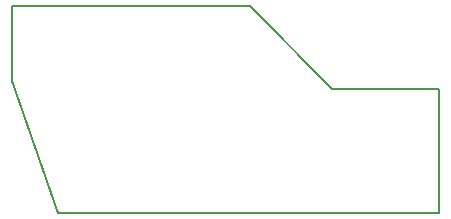
<source format=gm1>
G04 #@! TF.FileFunction,Profile,NP*
%FSLAX46Y46*%
G04 Gerber Fmt 4.6, Leading zero omitted, Abs format (unit mm)*
G04 Created by KiCad (PCBNEW 4.0.7-e2-6376~58~ubuntu16.04.1) date Sat Jul  7 00:38:20 2018*
%MOMM*%
%LPD*%
G01*
G04 APERTURE LIST*
%ADD10C,0.100000*%
%ADD11C,0.150000*%
G04 APERTURE END LIST*
D10*
D11*
X137000000Y-68000000D02*
X130000000Y-61000000D01*
X146000000Y-68000000D02*
X137000000Y-68000000D01*
X113792000Y-78486000D02*
X109855000Y-67310000D01*
X146050000Y-78486000D02*
X113800000Y-78486000D01*
X146050000Y-68000000D02*
X146050000Y-78486000D01*
X109855000Y-60960000D02*
X130000000Y-60960000D01*
X109855000Y-67310000D02*
X109855000Y-60960000D01*
M02*

</source>
